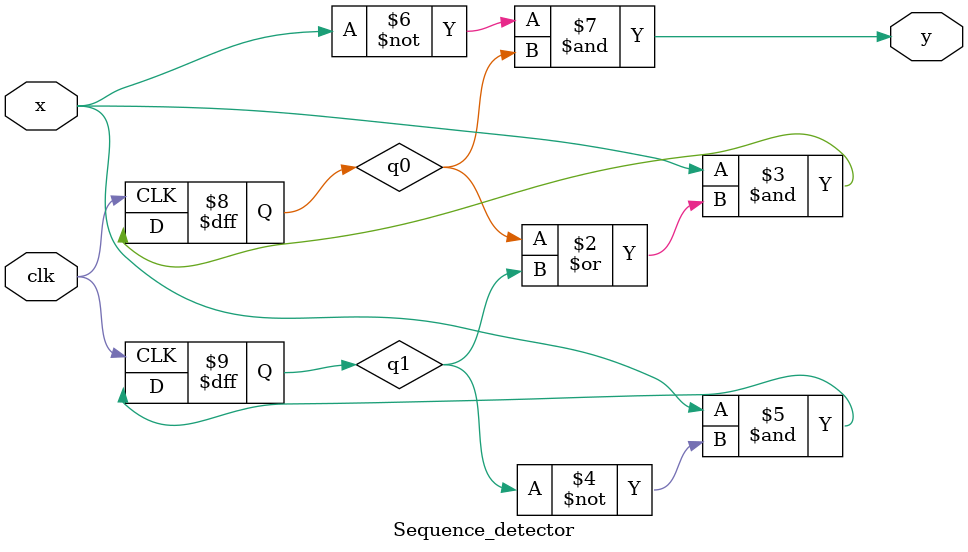
<source format=v>
`timescale 1ns / 1ps
module Sequence_detector(
   input clk,
   input x,
  output y
);
  reg q0,q1;
  
  always @(posedge clk)begin
    q0<= x &(q0|q1);
    q1<= x & ~q1;
  end
   
  assign y = ~x&q0;
endmodule

</source>
